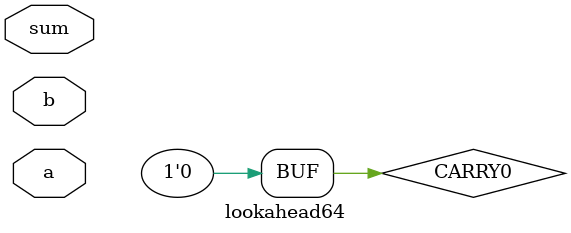
<source format=v>
`timescale 1ns / 1ps
module lookahead64(
    input [63:0] a,
    input [63:0] b,
    input [63:0] sum
    );
	 assign CARRY0 = 1'b0;
	 
	lookahead func1  (a[1:0],b[1:0], CARRY0, sum[1:0], CARRY1);
	lookahead func2  (a[3:2], b[3:2], CARRY1, sum[3:2], CARRY2);
	lookahead func3  (a[5:4], b[5:4], CARRY2, sum[5:4], CARRY3);
	lookahead func4  (a[7:6], b[7:6], CARRY3, sum[7:6], CARRY4);
	lookahead func5  (a[9:8], b[9:8], CARRY4, sum[9:8], CARRY5);
	lookahead func6  (a[11:10], b[11:10], CARRY5, sum[11:10], CARRY6);
	lookahead func7  (a[13:12], b[13:12], CARRY6, sum[13:12], CARRY7);
	lookahead func8  (a[15:14], b[15:14], CARRY7, sum[15:14], CARRY8);
	lookahead func9  (a[17:16], b[17:16], CARRY8, sum[17:16], CARRY9);
	lookahead func10 (a[19:18], b[19:18], CARRY9, sum[19:18], CARRY10);
	lookahead func11 (a[21:20], b[21:20], CARRY10, sum[21:20], CARRY11);
	lookahead func12 (a[23:22], b[23:22], CARRY11, sum[23:22], CARRY12);
	lookahead func13 (a[25:24], b[25:24], CARRY12, sum[25:24], CARRY13);
	lookahead func14 (a[27:26], b[27:26], CARRY13, sum[27:26], CARRY14);
	lookahead func15 (a[29:28], b[29:28], CARRY14, sum[29:28], CARRY15);
	lookahead func16 (a[31:30], b[31:30], CARRY15, sum[31:30], CARRY16);
	lookahead func17 (a[33:32], b[33:32], CARRY16, sum[33:32], CARRY17);
	lookahead func18 (a[35:34], b[35:34], CARRY17, sum[35:34], CARRY18);
	lookahead func19 (a[37:36], b[37:36], CARRY18, sum[37:36], CARRY19);
	lookahead func20 (a[39:38], b[39:38], CARRY19, sum[39:38], CARRY20);
	lookahead func21 (a[41:40], b[41:40], CARRY20, sum[41:40], CARRY21);
	lookahead func22 (a[43:42], b[43:42], CARRY21, sum[43:42], CARRY22);
	lookahead func23 (a[45:44], b[45:44], CARRY22, sum[45:44], CARRY23);
	lookahead func24 (a[47:46], b[47:46], CARRY23, sum[47:46], CARRY24);
	lookahead func25 (a[49:48], b[49:48], CARRY24, sum[49:48], CARRY25);
	lookahead func26 (a[51:50], b[51:50], CARRY25, sum[51:50], CARRY26);
	lookahead func27 (a[53:52], b[53:52], CARRY26, sum[53:52], CARRY27);
	lookahead func28 (a[55:54], b[55:54], CARRY27, sum[55:54], CARRY28);
	lookahead func29 (a[57:56], b[57:56], CARRY28, sum[57:56], CARRY29);
	lookahead func30 (a[59:58], b[59:58], CARRY29, sum[59:58], CARRY30);
	lookahead func31 (a[61:60], b[61:60], CARRY30, sum[61:60], CARRY31);
	lookahead func32 (a[63:62], b[63:62], CARRY31, sum[63:62], CARRY32);
endmodule

</source>
